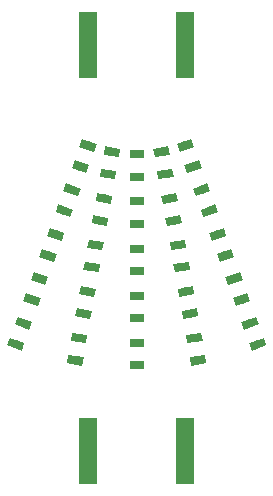
<source format=gbp>
G04 #@! TF.GenerationSoftware,KiCad,Pcbnew,5.0.2-bee76a0~70~ubuntu18.04.1*
G04 #@! TF.CreationDate,2019-05-30T10:34:00+02:00*
G04 #@! TF.ProjectId,DummyLoad,44756d6d-794c-46f6-9164-2e6b69636164,1.0*
G04 #@! TF.SameCoordinates,Original*
G04 #@! TF.FileFunction,Paste,Bot*
G04 #@! TF.FilePolarity,Positive*
%FSLAX46Y46*%
G04 Gerber Fmt 4.6, Leading zero omitted, Abs format (unit mm)*
G04 Created by KiCad (PCBNEW 5.0.2-bee76a0~70~ubuntu18.04.1) date Do 30 Mai 2019 10:34:00 CEST*
%MOMM*%
%LPD*%
G01*
G04 APERTURE LIST*
%ADD10R,1.650000X5.600000*%
%ADD11C,0.700000*%
%ADD12C,0.100000*%
%ADD13R,1.300000X0.700000*%
G04 APERTURE END LIST*
D10*
G04 #@! TO.C,CN1*
X95875000Y-102800000D03*
X104125000Y-102800000D03*
G04 #@! TD*
G04 #@! TO.C,CN2*
X95875000Y-137200000D03*
X104125000Y-137200000D03*
G04 #@! TD*
D11*
G04 #@! TO.C,R26*
X104771181Y-113108712D03*
D12*
G36*
X104040674Y-113002133D02*
X105262274Y-112557506D01*
X105501688Y-113215291D01*
X104280088Y-113659918D01*
X104040674Y-113002133D01*
X104040674Y-113002133D01*
G37*
D11*
X104121343Y-111323296D03*
D12*
G36*
X103390836Y-111216717D02*
X104612436Y-110772090D01*
X104851850Y-111429875D01*
X103630250Y-111874502D01*
X103390836Y-111216717D01*
X103390836Y-111216717D01*
G37*
G04 #@! TD*
D11*
G04 #@! TO.C,R27*
X106139261Y-116867483D03*
D12*
G36*
X105408754Y-116760904D02*
X106630354Y-116316277D01*
X106869768Y-116974062D01*
X105648168Y-117418689D01*
X105408754Y-116760904D01*
X105408754Y-116760904D01*
G37*
D11*
X105489423Y-115082067D03*
D12*
G36*
X104758916Y-114975488D02*
X105980516Y-114530861D01*
X106219930Y-115188646D01*
X104998330Y-115633273D01*
X104758916Y-114975488D01*
X104758916Y-114975488D01*
G37*
G04 #@! TD*
D11*
G04 #@! TO.C,R28*
X106857504Y-118840837D03*
D12*
G36*
X106126997Y-118734258D02*
X107348597Y-118289631D01*
X107588011Y-118947416D01*
X106366411Y-119392043D01*
X106126997Y-118734258D01*
X106126997Y-118734258D01*
G37*
D11*
X107507342Y-120626253D03*
D12*
G36*
X106776835Y-120519674D02*
X107998435Y-120075047D01*
X108237849Y-120732832D01*
X107016249Y-121177459D01*
X106776835Y-120519674D01*
X106776835Y-120519674D01*
G37*
G04 #@! TD*
D11*
G04 #@! TO.C,R29*
X108875423Y-124385023D03*
D12*
G36*
X108144916Y-124278444D02*
X109366516Y-123833817D01*
X109605930Y-124491602D01*
X108384330Y-124936229D01*
X108144916Y-124278444D01*
X108144916Y-124278444D01*
G37*
D11*
X108225585Y-122599607D03*
D12*
G36*
X107495078Y-122493028D02*
X108716678Y-122048401D01*
X108956092Y-122706186D01*
X107734492Y-123150813D01*
X107495078Y-122493028D01*
X107495078Y-122493028D01*
G37*
G04 #@! TD*
D11*
G04 #@! TO.C,R30*
X109593665Y-126358378D03*
D12*
G36*
X108863158Y-126251799D02*
X110084758Y-125807172D01*
X110324172Y-126464957D01*
X109102572Y-126909584D01*
X108863158Y-126251799D01*
X108863158Y-126251799D01*
G37*
D11*
X110243503Y-128143794D03*
D12*
G36*
X109512996Y-128037215D02*
X110734596Y-127592588D01*
X110974010Y-128250373D01*
X109752410Y-128695000D01*
X109512996Y-128037215D01*
X109512996Y-128037215D01*
G37*
G04 #@! TD*
D11*
G04 #@! TO.C,R31*
X102422392Y-113738067D03*
D12*
G36*
X101721490Y-113506256D02*
X103001740Y-113280513D01*
X103123294Y-113969878D01*
X101843044Y-114195621D01*
X101721490Y-113506256D01*
X101721490Y-113506256D01*
G37*
D11*
X102092460Y-111866933D03*
D12*
G36*
X101391558Y-111635122D02*
X102671808Y-111409379D01*
X102793362Y-112098744D01*
X101513112Y-112324487D01*
X101391558Y-111635122D01*
X101391558Y-111635122D01*
G37*
G04 #@! TD*
D11*
G04 #@! TO.C,R32*
X102787052Y-115806164D03*
D12*
G36*
X102086150Y-115574353D02*
X103366400Y-115348610D01*
X103487954Y-116037975D01*
X102207704Y-116263718D01*
X102086150Y-115574353D01*
X102086150Y-115574353D01*
G37*
D11*
X103116984Y-117677298D03*
D12*
G36*
X102416082Y-117445487D02*
X103696332Y-117219744D01*
X103817886Y-117909109D01*
X102537636Y-118134852D01*
X102416082Y-117445487D01*
X102416082Y-117445487D01*
G37*
G04 #@! TD*
D11*
G04 #@! TO.C,R33*
X103811577Y-121616529D03*
D12*
G36*
X103110675Y-121384718D02*
X104390925Y-121158975D01*
X104512479Y-121848340D01*
X103232229Y-122074083D01*
X103110675Y-121384718D01*
X103110675Y-121384718D01*
G37*
D11*
X103481645Y-119745395D03*
D12*
G36*
X102780743Y-119513584D02*
X104060993Y-119287841D01*
X104182547Y-119977206D01*
X102902297Y-120202949D01*
X102780743Y-119513584D01*
X102780743Y-119513584D01*
G37*
G04 #@! TD*
D11*
G04 #@! TO.C,R34*
X104176238Y-123684626D03*
D12*
G36*
X103475336Y-123452815D02*
X104755586Y-123227072D01*
X104877140Y-123916437D01*
X103596890Y-124142180D01*
X103475336Y-123452815D01*
X103475336Y-123452815D01*
G37*
D11*
X104506170Y-125555760D03*
D12*
G36*
X103805268Y-125323949D02*
X105085518Y-125098206D01*
X105207072Y-125787571D01*
X103926822Y-126013314D01*
X103805268Y-125323949D01*
X103805268Y-125323949D01*
G37*
G04 #@! TD*
D11*
G04 #@! TO.C,R35*
X105200762Y-129494991D03*
D12*
G36*
X104499860Y-129263180D02*
X105780110Y-129037437D01*
X105901664Y-129726802D01*
X104621414Y-129952545D01*
X104499860Y-129263180D01*
X104499860Y-129263180D01*
G37*
D11*
X104870830Y-127623857D03*
D12*
G36*
X104169928Y-127392046D02*
X105450178Y-127166303D01*
X105571732Y-127855668D01*
X104291482Y-128081411D01*
X104169928Y-127392046D01*
X104169928Y-127392046D01*
G37*
G04 #@! TD*
D13*
G04 #@! TO.C,R36*
X100000000Y-112050000D03*
X100000000Y-113950000D03*
G04 #@! TD*
G04 #@! TO.C,R37*
X100000000Y-117950000D03*
X100000000Y-116050000D03*
G04 #@! TD*
G04 #@! TO.C,R38*
X100000000Y-120050000D03*
X100000000Y-121950000D03*
G04 #@! TD*
G04 #@! TO.C,R39*
X100000000Y-124050000D03*
X100000000Y-125950000D03*
G04 #@! TD*
G04 #@! TO.C,R40*
X100000000Y-128050000D03*
X100000000Y-129950000D03*
G04 #@! TD*
D11*
G04 #@! TO.C,R41*
X97577608Y-113738067D03*
D12*
G36*
X96998260Y-113280513D02*
X98278510Y-113506256D01*
X98156956Y-114195621D01*
X96876706Y-113969878D01*
X96998260Y-113280513D01*
X96998260Y-113280513D01*
G37*
D11*
X97907540Y-111866933D03*
D12*
G36*
X97328192Y-111409379D02*
X98608442Y-111635122D01*
X98486888Y-112324487D01*
X97206638Y-112098744D01*
X97328192Y-111409379D01*
X97328192Y-111409379D01*
G37*
G04 #@! TD*
D11*
G04 #@! TO.C,R42*
X97212948Y-115806164D03*
D12*
G36*
X96633600Y-115348610D02*
X97913850Y-115574353D01*
X97792296Y-116263718D01*
X96512046Y-116037975D01*
X96633600Y-115348610D01*
X96633600Y-115348610D01*
G37*
D11*
X96883016Y-117677298D03*
D12*
G36*
X96303668Y-117219744D02*
X97583918Y-117445487D01*
X97462364Y-118134852D01*
X96182114Y-117909109D01*
X96303668Y-117219744D01*
X96303668Y-117219744D01*
G37*
G04 #@! TD*
D11*
G04 #@! TO.C,R43*
X96188423Y-121616529D03*
D12*
G36*
X95609075Y-121158975D02*
X96889325Y-121384718D01*
X96767771Y-122074083D01*
X95487521Y-121848340D01*
X95609075Y-121158975D01*
X95609075Y-121158975D01*
G37*
D11*
X96518355Y-119745395D03*
D12*
G36*
X95939007Y-119287841D02*
X97219257Y-119513584D01*
X97097703Y-120202949D01*
X95817453Y-119977206D01*
X95939007Y-119287841D01*
X95939007Y-119287841D01*
G37*
G04 #@! TD*
D11*
G04 #@! TO.C,R44*
X95823762Y-123684626D03*
D12*
G36*
X95244414Y-123227072D02*
X96524664Y-123452815D01*
X96403110Y-124142180D01*
X95122860Y-123916437D01*
X95244414Y-123227072D01*
X95244414Y-123227072D01*
G37*
D11*
X95493830Y-125555760D03*
D12*
G36*
X94914482Y-125098206D02*
X96194732Y-125323949D01*
X96073178Y-126013314D01*
X94792928Y-125787571D01*
X94914482Y-125098206D01*
X94914482Y-125098206D01*
G37*
G04 #@! TD*
D11*
G04 #@! TO.C,R45*
X94799238Y-129494991D03*
D12*
G36*
X94219890Y-129037437D02*
X95500140Y-129263180D01*
X95378586Y-129952545D01*
X94098336Y-129726802D01*
X94219890Y-129037437D01*
X94219890Y-129037437D01*
G37*
D11*
X95129170Y-127623857D03*
D12*
G36*
X94549822Y-127166303D02*
X95830072Y-127392046D01*
X95708518Y-128081411D01*
X94428268Y-127855668D01*
X94549822Y-127166303D01*
X94549822Y-127166303D01*
G37*
G04 #@! TD*
D11*
G04 #@! TO.C,R46*
X95878657Y-111323296D03*
D12*
G36*
X95387564Y-110772090D02*
X96609164Y-111216717D01*
X96369750Y-111874502D01*
X95148150Y-111429875D01*
X95387564Y-110772090D01*
X95387564Y-110772090D01*
G37*
D11*
X95228819Y-113108712D03*
D12*
G36*
X94737726Y-112557506D02*
X95959326Y-113002133D01*
X95719912Y-113659918D01*
X94498312Y-113215291D01*
X94737726Y-112557506D01*
X94737726Y-112557506D01*
G37*
G04 #@! TD*
D11*
G04 #@! TO.C,R47*
X93860739Y-116867483D03*
D12*
G36*
X93369646Y-116316277D02*
X94591246Y-116760904D01*
X94351832Y-117418689D01*
X93130232Y-116974062D01*
X93369646Y-116316277D01*
X93369646Y-116316277D01*
G37*
D11*
X94510577Y-115082067D03*
D12*
G36*
X94019484Y-114530861D02*
X95241084Y-114975488D01*
X95001670Y-115633273D01*
X93780070Y-115188646D01*
X94019484Y-114530861D01*
X94019484Y-114530861D01*
G37*
G04 #@! TD*
D11*
G04 #@! TO.C,R48*
X93142496Y-118840837D03*
D12*
G36*
X92651403Y-118289631D02*
X93873003Y-118734258D01*
X93633589Y-119392043D01*
X92411989Y-118947416D01*
X92651403Y-118289631D01*
X92651403Y-118289631D01*
G37*
D11*
X92492658Y-120626253D03*
D12*
G36*
X92001565Y-120075047D02*
X93223165Y-120519674D01*
X92983751Y-121177459D01*
X91762151Y-120732832D01*
X92001565Y-120075047D01*
X92001565Y-120075047D01*
G37*
G04 #@! TD*
D11*
G04 #@! TO.C,R49*
X91124577Y-124385023D03*
D12*
G36*
X90633484Y-123833817D02*
X91855084Y-124278444D01*
X91615670Y-124936229D01*
X90394070Y-124491602D01*
X90633484Y-123833817D01*
X90633484Y-123833817D01*
G37*
D11*
X91774415Y-122599607D03*
D12*
G36*
X91283322Y-122048401D02*
X92504922Y-122493028D01*
X92265508Y-123150813D01*
X91043908Y-122706186D01*
X91283322Y-122048401D01*
X91283322Y-122048401D01*
G37*
G04 #@! TD*
D11*
G04 #@! TO.C,R50*
X90406335Y-126358378D03*
D12*
G36*
X89915242Y-125807172D02*
X91136842Y-126251799D01*
X90897428Y-126909584D01*
X89675828Y-126464957D01*
X89915242Y-125807172D01*
X89915242Y-125807172D01*
G37*
D11*
X89756497Y-128143794D03*
D12*
G36*
X89265404Y-127592588D02*
X90487004Y-128037215D01*
X90247590Y-128695000D01*
X89025990Y-128250373D01*
X89265404Y-127592588D01*
X89265404Y-127592588D01*
G37*
G04 #@! TD*
M02*

</source>
